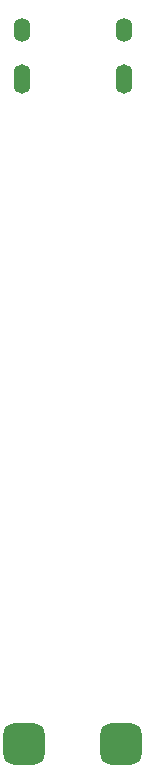
<source format=gbr>
%TF.GenerationSoftware,KiCad,Pcbnew,(6.0.7)*%
%TF.CreationDate,2022-10-02T22:03:49-05:00*%
%TF.ProjectId,OTG_PCB,4f54475f-5043-4422-9e6b-696361645f70,rev?*%
%TF.SameCoordinates,Original*%
%TF.FileFunction,Copper,L2,Bot*%
%TF.FilePolarity,Positive*%
%FSLAX46Y46*%
G04 Gerber Fmt 4.6, Leading zero omitted, Abs format (unit mm)*
G04 Created by KiCad (PCBNEW (6.0.7)) date 2022-10-02 22:03:49*
%MOMM*%
%LPD*%
G01*
G04 APERTURE LIST*
G04 Aperture macros list*
%AMRoundRect*
0 Rectangle with rounded corners*
0 $1 Rounding radius*
0 $2 $3 $4 $5 $6 $7 $8 $9 X,Y pos of 4 corners*
0 Add a 4 corners polygon primitive as box body*
4,1,4,$2,$3,$4,$5,$6,$7,$8,$9,$2,$3,0*
0 Add four circle primitives for the rounded corners*
1,1,$1+$1,$2,$3*
1,1,$1+$1,$4,$5*
1,1,$1+$1,$6,$7*
1,1,$1+$1,$8,$9*
0 Add four rect primitives between the rounded corners*
20,1,$1+$1,$2,$3,$4,$5,0*
20,1,$1+$1,$4,$5,$6,$7,0*
20,1,$1+$1,$6,$7,$8,$9,0*
20,1,$1+$1,$8,$9,$2,$3,0*%
G04 Aperture macros list end*
%TA.AperFunction,ComponentPad*%
%ADD10O,1.400000X2.000000*%
%TD*%
%TA.AperFunction,ComponentPad*%
%ADD11O,1.400000X2.500000*%
%TD*%
%TA.AperFunction,ComponentPad*%
%ADD12RoundRect,0.875000X-0.875000X-0.875000X0.875000X-0.875000X0.875000X0.875000X-0.875000X0.875000X0*%
%TD*%
G04 APERTURE END LIST*
D10*
%TO.P,J5,*%
%TO.N,V-*%
X106722764Y-69743551D03*
D11*
X106722764Y-73923551D03*
D10*
%TO.N,*%
X115362764Y-69743551D03*
D11*
%TO.N,V-*%
X115362764Y-73923551D03*
%TD*%
D12*
%TO.P,J4,*%
%TO.N,V-*%
X106942764Y-130168551D03*
X115142764Y-130168551D03*
%TD*%
M02*

</source>
